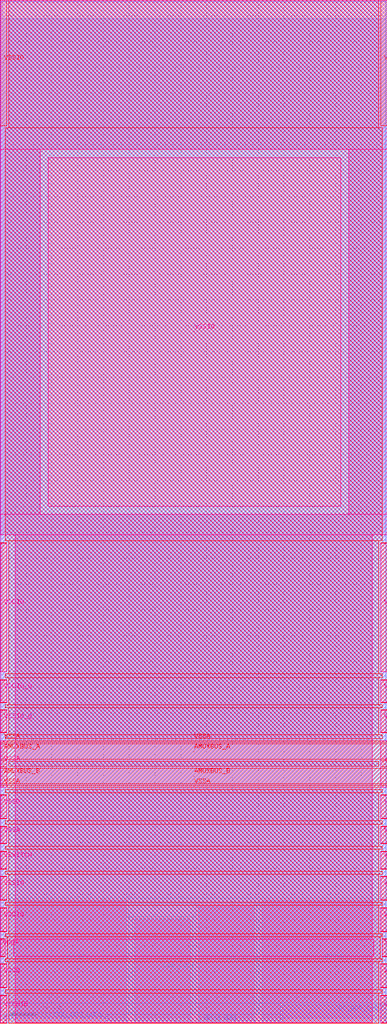
<source format=lef>
VERSION 5.7 ;
  NOWIREEXTENSIONATPIN ON ;
  DIVIDERCHAR "/" ;
  BUSBITCHARS "[]" ;
MACRO sky130_ef_io__vssio_lvc_pad
  CLASS PAD GROUND ;
  FOREIGN sky130_ef_io__vssio_lvc_pad ;
  ORIGIN 0.000 0.000 ;
  SIZE 75.000 BY 197.965 ;
  PIN AMUXBUS_A
    DIRECTION INOUT ;
    USE SIGNAL ;
    PORT
      LAYER met4 ;
        RECT 0.000 51.090 75.000 54.070 ;
    END
    PORT
      LAYER met4 ;
        RECT 0.000 51.090 1.270 54.070 ;
    END
  END AMUXBUS_A
  PIN AMUXBUS_B
    DIRECTION INOUT ;
    USE SIGNAL ;
    PORT
      LAYER met4 ;
        RECT 0.000 46.330 75.000 49.310 ;
    END
    PORT
      LAYER met4 ;
        RECT 0.000 46.330 1.270 49.310 ;
    END
  END AMUXBUS_B
  PIN DRN_LVC1
    DIRECTION INOUT ;
    USE POWER ;
    PORT
      LAYER met3 ;
        RECT 26.000 -0.035 36.880 20.185 ;
    END
  END DRN_LVC1
  PIN DRN_LVC2
    DIRECTION INOUT ;
    USE POWER ;
    PORT
      LAYER met3 ;
        RECT 38.380 -0.035 49.255 22.865 ;
    END
  END DRN_LVC2
  PIN SRC_BDY_LVC1
    DIRECTION INOUT ;
    USE GROUND ;
    PORT
      LAYER met2 ;
        RECT 0.500 -0.035 20.495 1.450 ;
    END
  END SRC_BDY_LVC1
  PIN SRC_BDY_LVC2
    DIRECTION INOUT ;
    USE GROUND ;
    PORT
      LAYER met2 ;
        RECT 54.715 -0.035 74.700 3.625 ;
    END
  END SRC_BDY_LVC2
  PIN BDY2_B2B
    DIRECTION INOUT ;
    USE GROUND ;
    PORT
      LAYER met2 ;
        RECT 34.440 -0.035 44.440 0.290 ;
    END
  END BDY2_B2B
  PIN VSSA
    DIRECTION INOUT ;
    USE GROUND ;
    PORT
      LAYER met5 ;
        RECT 73.730 45.700 75.000 54.700 ;
    END
    PORT
      LAYER met5 ;
        RECT 73.730 34.805 75.000 38.050 ;
    END
    PORT
      LAYER met5 ;
        RECT 0.000 45.700 1.270 54.700 ;
    END
    PORT
      LAYER met5 ;
        RECT 0.000 34.805 1.270 38.050 ;
    END
    PORT
      LAYER met4 ;
        RECT 73.730 49.610 75.000 50.790 ;
    END
    PORT
      LAYER met4 ;
        RECT 0.000 54.370 75.000 54.700 ;
    END
    PORT
      LAYER met4 ;
        RECT 0.000 45.700 75.000 46.030 ;
    END
    PORT
      LAYER met4 ;
        RECT 73.730 34.700 75.000 38.150 ;
    END
    PORT
      LAYER met4 ;
        RECT 0.000 45.700 1.270 46.030 ;
    END
    PORT
      LAYER met4 ;
        RECT 0.000 49.610 1.270 50.790 ;
    END
    PORT
      LAYER met4 ;
        RECT 0.000 54.370 1.270 54.700 ;
    END
    PORT
      LAYER met4 ;
        RECT 0.000 34.700 1.270 38.150 ;
    END
  END VSSA
  PIN VDDA
    DIRECTION INOUT ;
    USE POWER ;
    PORT
      LAYER met5 ;
        RECT 74.035 13.000 75.000 16.250 ;
    END
    PORT
      LAYER met5 ;
        RECT 0.000 13.000 0.965 16.250 ;
    END
    PORT
      LAYER met4 ;
        RECT 74.035 12.900 75.000 16.350 ;
    END
    PORT
      LAYER met4 ;
        RECT 0.000 12.900 0.965 16.350 ;
    END
  END VDDA
  PIN VSWITCH
    DIRECTION INOUT ;
    USE POWER ;
    PORT
      LAYER met5 ;
        RECT 73.730 29.950 75.000 33.200 ;
    END
    PORT
      LAYER met5 ;
        RECT 0.000 29.950 1.270 33.200 ;
    END
    PORT
      LAYER met4 ;
        RECT 73.730 29.850 75.000 33.300 ;
    END
    PORT
      LAYER met4 ;
        RECT 0.000 29.850 1.270 33.300 ;
    END
  END VSWITCH
  PIN VDDIO_Q
    DIRECTION INOUT ;
    USE POWER ;
    PORT
      LAYER met5 ;
        RECT 73.730 62.150 75.000 66.400 ;
    END
    PORT
      LAYER met5 ;
        RECT 0.000 62.150 1.270 66.400 ;
    END
    PORT
      LAYER met4 ;
        RECT 73.730 62.050 75.000 66.500 ;
    END
    PORT
      LAYER met4 ;
        RECT 0.000 62.050 1.270 66.500 ;
    END
  END VDDIO_Q
  PIN VCCHIB
    DIRECTION INOUT ;
    USE POWER ;
    PORT
      LAYER met5 ;
        RECT 73.730 0.100 75.000 5.350 ;
    END
    PORT
      LAYER met5 ;
        RECT 0.000 0.100 1.270 5.350 ;
    END
    PORT
      LAYER met4 ;
        RECT 73.730 0.000 75.000 5.450 ;
    END
    PORT
      LAYER met4 ;
        RECT 0.000 0.000 1.270 5.450 ;
    END
  END VCCHIB
  PIN VDDIO
    DIRECTION INOUT ;
    USE POWER ;
    PORT
      LAYER met5 ;
        RECT 73.730 68.000 75.000 92.950 ;
    END
    PORT
      LAYER met5 ;
        RECT 73.730 17.850 75.000 22.300 ;
    END
    PORT
      LAYER met5 ;
        RECT 0.000 68.000 1.270 92.950 ;
    END
    PORT
      LAYER met5 ;
        RECT 0.000 17.850 1.270 22.300 ;
    END
    PORT
      LAYER met4 ;
        RECT 73.730 17.750 75.000 22.400 ;
    END
    PORT
      LAYER met4 ;
        RECT 73.730 68.000 75.000 92.965 ;
    END
    PORT
      LAYER met4 ;
        RECT 0.000 17.750 1.270 22.400 ;
    END
    PORT
      LAYER met4 ;
        RECT 0.000 68.000 1.270 92.965 ;
    END
  END VDDIO
  PIN VCCD
    DIRECTION INOUT ;
    USE POWER ;
    PORT
      LAYER met5 ;
        RECT 73.730 6.950 75.000 11.400 ;
    END
    PORT
      LAYER met5 ;
        RECT 0.000 6.950 1.270 11.400 ;
    END
    PORT
      LAYER met4 ;
        RECT 73.730 6.850 75.000 11.500 ;
    END
    PORT
      LAYER met4 ;
        RECT 0.000 6.850 1.270 11.500 ;
    END
  END VCCD
  PIN VSSIO
    DIRECTION INOUT ;
    USE GROUND ;
    PORT
      LAYER met5 ;
        RECT 9.315 100.105 65.955 167.535 ;
    END
    PORT
      LAYER met3 ;
        RECT 50.755 -0.035 74.700 23.815 ;
    END
    PORT
      LAYER met3 ;
        RECT 0.500 -0.035 24.500 23.815 ;
    END
    PORT
      LAYER met5 ;
        RECT 73.730 23.900 75.000 28.350 ;
    END
    PORT
      LAYER met5 ;
        RECT 0.000 23.900 1.270 28.350 ;
    END
    PORT
      LAYER met4 ;
        RECT 73.730 23.800 75.000 28.450 ;
    END
    PORT
      LAYER met4 ;
        RECT 73.730 173.750 75.000 197.965 ;
    END
    PORT
      LAYER met4 ;
        RECT 0.000 173.750 1.270 197.965 ;
    END
    PORT
      LAYER met4 ;
        RECT 0.000 23.800 1.270 28.450 ;
    END
  END VSSIO
  PIN VSSD
    DIRECTION INOUT ;
    USE GROUND ;
    PORT
      LAYER met5 ;
        RECT 73.730 39.650 75.000 44.100 ;
    END
    PORT
      LAYER met5 ;
        RECT 0.000 39.650 1.270 44.100 ;
    END
    PORT
      LAYER met4 ;
        RECT 73.730 39.550 75.000 44.200 ;
    END
    PORT
      LAYER met4 ;
        RECT 0.000 39.550 1.270 44.200 ;
    END
  END VSSD
  PIN VSSIO_Q
    DIRECTION INOUT ;
    USE GROUND ;
    PORT
      LAYER met5 ;
        RECT 73.730 56.300 75.000 60.550 ;
    END
    PORT
      LAYER met5 ;
        RECT 0.000 56.300 1.270 60.550 ;
    END
    PORT
      LAYER met4 ;
        RECT 73.730 56.200 75.000 60.650 ;
    END
    PORT
      LAYER met4 ;
        RECT 0.000 56.200 1.270 60.650 ;
    END
  END VSSIO_Q
  OBS
      LAYER li1 ;
        RECT 0.240 0.985 74.755 197.745 ;
      LAYER met1 ;
        RECT 0.120 0.000 74.785 197.805 ;
      LAYER met2 ;
        RECT 0.500 3.905 74.700 194.395 ;
        RECT 0.500 1.730 54.435 3.905 ;
        RECT 20.775 0.570 54.435 1.730 ;
        RECT 20.775 0.000 34.160 0.570 ;
        RECT 44.720 0.000 54.435 0.570 ;
      LAYER met3 ;
        RECT 0.490 24.215 74.700 197.965 ;
        RECT 24.900 23.265 50.355 24.215 ;
        RECT 24.900 20.585 37.980 23.265 ;
        RECT 24.900 1.695 25.600 20.585 ;
        RECT 37.280 1.695 37.980 20.585 ;
        RECT 49.655 1.695 50.355 23.265 ;
      LAYER met4 ;
        RECT 1.670 173.350 73.330 197.965 ;
        RECT 0.965 93.365 74.035 173.350 ;
        RECT 1.670 67.600 73.330 93.365 ;
        RECT 0.965 66.900 74.035 67.600 ;
        RECT 1.670 61.650 73.330 66.900 ;
        RECT 0.965 61.050 74.035 61.650 ;
        RECT 1.670 55.800 73.330 61.050 ;
        RECT 0.965 55.100 74.035 55.800 ;
        RECT 1.670 49.710 73.330 50.690 ;
        RECT 0.965 44.600 74.035 45.300 ;
        RECT 1.670 39.150 73.330 44.600 ;
        RECT 0.965 38.550 74.035 39.150 ;
        RECT 1.670 34.300 73.330 38.550 ;
        RECT 0.965 33.700 74.035 34.300 ;
        RECT 1.670 29.450 73.330 33.700 ;
        RECT 0.965 28.850 74.035 29.450 ;
        RECT 1.670 23.400 73.330 28.850 ;
        RECT 0.965 22.800 74.035 23.400 ;
        RECT 1.670 17.350 73.330 22.800 ;
        RECT 0.965 16.750 74.035 17.350 ;
        RECT 1.365 12.500 73.635 16.750 ;
        RECT 0.965 11.900 74.035 12.500 ;
        RECT 1.670 6.450 73.330 11.900 ;
        RECT 0.965 5.850 74.035 6.450 ;
        RECT 1.670 0.000 73.330 5.850 ;
      LAYER met5 ;
        RECT 0.000 169.135 75.000 197.965 ;
        RECT 0.000 98.505 7.715 169.135 ;
        RECT 67.555 98.505 75.000 169.135 ;
        RECT 0.000 94.550 75.000 98.505 ;
        RECT 2.870 16.250 72.130 94.550 ;
        RECT 2.565 13.000 72.435 16.250 ;
        RECT 2.870 0.100 72.130 13.000 ;
  END
END sky130_ef_io__vssio_lvc_pad
END LIBRARY


</source>
